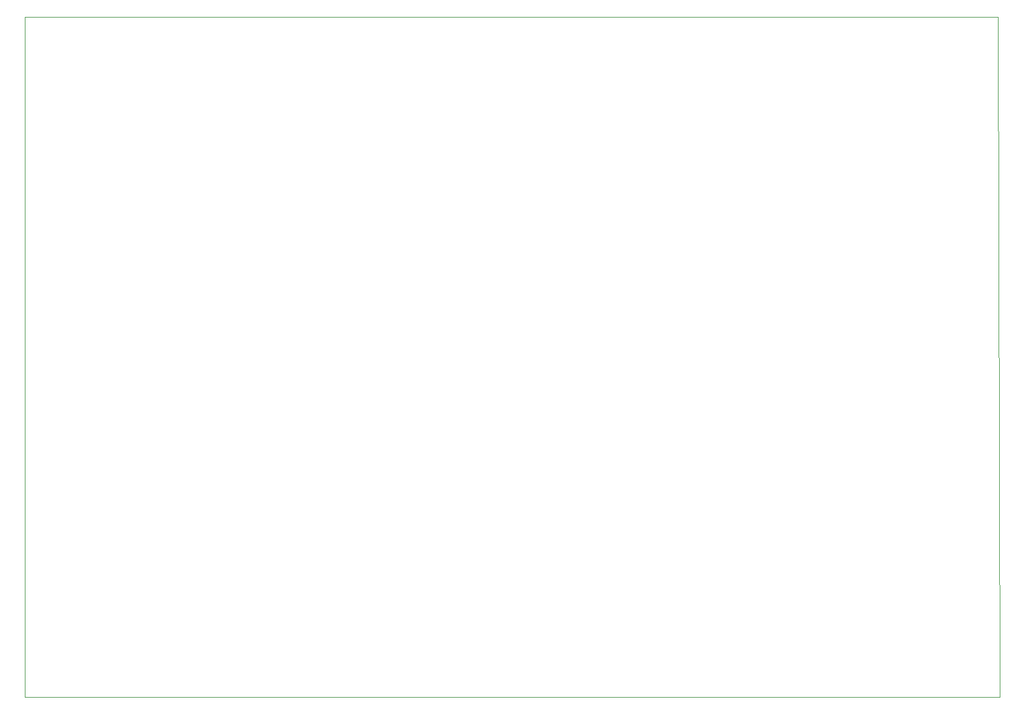
<source format=gbr>
G04 #@! TF.GenerationSoftware,KiCad,Pcbnew,(5.1.2)-2*
G04 #@! TF.CreationDate,2022-11-28T14:44:14+09:00*
G04 #@! TF.ProjectId,Motor_MotherBoard,4d6f746f-725f-44d6-9f74-686572426f61,rev?*
G04 #@! TF.SameCoordinates,Original*
G04 #@! TF.FileFunction,Profile,NP*
%FSLAX46Y46*%
G04 Gerber Fmt 4.6, Leading zero omitted, Abs format (unit mm)*
G04 Created by KiCad (PCBNEW (5.1.2)-2) date 2022-11-28 14:44:14*
%MOMM*%
%LPD*%
G04 APERTURE LIST*
%ADD10C,0.050000*%
G04 APERTURE END LIST*
D10*
X167233600Y-112725200D02*
X166979600Y-17653000D01*
X31013400Y-112725200D02*
X167233600Y-112725200D01*
X30962600Y-17703800D02*
X31013400Y-112725200D01*
X30962600Y-17703800D02*
X166979600Y-17653000D01*
M02*

</source>
